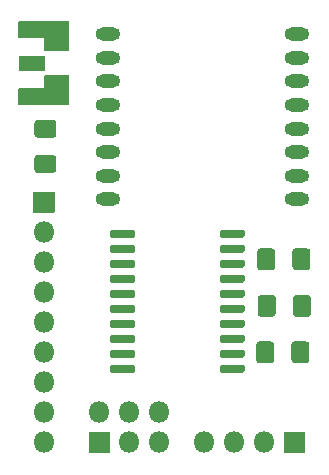
<source format=gbr>
%TF.GenerationSoftware,KiCad,Pcbnew,(5.99.0-1365-gd87daebb2)*%
%TF.CreationDate,2020-06-05T15:16:43+02:00*%
%TF.ProjectId,LORA_ATTINY_v3,4c4f5241-5f41-4545-9449-4e595f76332e,rev?*%
%TF.SameCoordinates,Original*%
%TF.FileFunction,Soldermask,Top*%
%TF.FilePolarity,Negative*%
%FSLAX46Y46*%
G04 Gerber Fmt 4.6, Leading zero omitted, Abs format (unit mm)*
G04 Created by KiCad (PCBNEW (5.99.0-1365-gd87daebb2)) date 2020-06-05 15:16:43*
%MOMM*%
%LPD*%
G01*
G04 APERTURE LIST*
%ADD10O,2.102000X1.102000*%
%ADD11O,1.802000X1.802000*%
G04 APERTURE END LIST*
D10*
%TO.C,RFM95*%
X112268000Y-46228000D03*
X112268000Y-44228000D03*
X112268000Y-42228000D03*
X112268000Y-40228000D03*
X112268000Y-38228000D03*
X112268000Y-36228000D03*
X112268000Y-34228000D03*
X112268000Y-32228000D03*
X96268000Y-32228000D03*
X96268000Y-34228000D03*
X96268000Y-36228000D03*
X96268000Y-38228000D03*
X96268000Y-40228000D03*
X96268000Y-42228000D03*
X96268000Y-44228000D03*
X96268000Y-46228000D03*
%TD*%
D11*
%TO.C,J2*%
X104394000Y-66802000D03*
X106934000Y-66802000D03*
X109474000Y-66802000D03*
G36*
G01*
X111164000Y-65901000D02*
X112864000Y-65901000D01*
G75*
G02*
X112915000Y-65952000I0J-51000D01*
G01*
X112915000Y-67652000D01*
G75*
G02*
X112864000Y-67703000I-51000J0D01*
G01*
X111164000Y-67703000D01*
G75*
G02*
X111113000Y-67652000I0J51000D01*
G01*
X111113000Y-65952000D01*
G75*
G02*
X111164000Y-65901000I51000J0D01*
G01*
G37*
%TD*%
%TO.C,J1*%
X90805000Y-66802000D03*
X90805000Y-64262000D03*
X90805000Y-61722000D03*
X90805000Y-59182000D03*
X90805000Y-56642000D03*
X90805000Y-54102000D03*
X90805000Y-51562000D03*
X90805000Y-49022000D03*
G36*
G01*
X89904000Y-47332000D02*
X89904000Y-45632000D01*
G75*
G02*
X89955000Y-45581000I51000J0D01*
G01*
X91655000Y-45581000D01*
G75*
G02*
X91706000Y-45632000I0J-51000D01*
G01*
X91706000Y-47332000D01*
G75*
G02*
X91655000Y-47383000I-51000J0D01*
G01*
X89955000Y-47383000D01*
G75*
G02*
X89904000Y-47332000I0J51000D01*
G01*
G37*
%TD*%
%TO.C,C2*%
G36*
G01*
X111758500Y-59840106D02*
X111758500Y-58523894D01*
G75*
G02*
X112026394Y-58256000I267894J0D01*
G01*
X113017606Y-58256000D01*
G75*
G02*
X113285500Y-58523894I0J-267894D01*
G01*
X113285500Y-59840106D01*
G75*
G02*
X113017606Y-60108000I-267894J0D01*
G01*
X112026394Y-60108000D01*
G75*
G02*
X111758500Y-59840106I0J267894D01*
G01*
G37*
G36*
G01*
X108783500Y-59840106D02*
X108783500Y-58523894D01*
G75*
G02*
X109051394Y-58256000I267894J0D01*
G01*
X110042606Y-58256000D01*
G75*
G02*
X110310500Y-58523894I0J-267894D01*
G01*
X110310500Y-59840106D01*
G75*
G02*
X110042606Y-60108000I-267894J0D01*
G01*
X109051394Y-60108000D01*
G75*
G02*
X108783500Y-59840106I0J267894D01*
G01*
G37*
%TD*%
%TO.C,U1*%
G36*
G01*
X105682000Y-49324500D02*
X105682000Y-48973500D01*
G75*
G02*
X105857500Y-48798000I175500J0D01*
G01*
X107658500Y-48798000D01*
G75*
G02*
X107834000Y-48973500I0J-175500D01*
G01*
X107834000Y-49324500D01*
G75*
G02*
X107658500Y-49500000I-175500J0D01*
G01*
X105857500Y-49500000D01*
G75*
G02*
X105682000Y-49324500I0J175500D01*
G01*
G37*
G36*
G01*
X105682000Y-50594500D02*
X105682000Y-50243500D01*
G75*
G02*
X105857500Y-50068000I175500J0D01*
G01*
X107658500Y-50068000D01*
G75*
G02*
X107834000Y-50243500I0J-175500D01*
G01*
X107834000Y-50594500D01*
G75*
G02*
X107658500Y-50770000I-175500J0D01*
G01*
X105857500Y-50770000D01*
G75*
G02*
X105682000Y-50594500I0J175500D01*
G01*
G37*
G36*
G01*
X105682000Y-51864500D02*
X105682000Y-51513500D01*
G75*
G02*
X105857500Y-51338000I175500J0D01*
G01*
X107658500Y-51338000D01*
G75*
G02*
X107834000Y-51513500I0J-175500D01*
G01*
X107834000Y-51864500D01*
G75*
G02*
X107658500Y-52040000I-175500J0D01*
G01*
X105857500Y-52040000D01*
G75*
G02*
X105682000Y-51864500I0J175500D01*
G01*
G37*
G36*
G01*
X105682000Y-53134500D02*
X105682000Y-52783500D01*
G75*
G02*
X105857500Y-52608000I175500J0D01*
G01*
X107658500Y-52608000D01*
G75*
G02*
X107834000Y-52783500I0J-175500D01*
G01*
X107834000Y-53134500D01*
G75*
G02*
X107658500Y-53310000I-175500J0D01*
G01*
X105857500Y-53310000D01*
G75*
G02*
X105682000Y-53134500I0J175500D01*
G01*
G37*
G36*
G01*
X105682000Y-54404500D02*
X105682000Y-54053500D01*
G75*
G02*
X105857500Y-53878000I175500J0D01*
G01*
X107658500Y-53878000D01*
G75*
G02*
X107834000Y-54053500I0J-175500D01*
G01*
X107834000Y-54404500D01*
G75*
G02*
X107658500Y-54580000I-175500J0D01*
G01*
X105857500Y-54580000D01*
G75*
G02*
X105682000Y-54404500I0J175500D01*
G01*
G37*
G36*
G01*
X105682000Y-55674500D02*
X105682000Y-55323500D01*
G75*
G02*
X105857500Y-55148000I175500J0D01*
G01*
X107658500Y-55148000D01*
G75*
G02*
X107834000Y-55323500I0J-175500D01*
G01*
X107834000Y-55674500D01*
G75*
G02*
X107658500Y-55850000I-175500J0D01*
G01*
X105857500Y-55850000D01*
G75*
G02*
X105682000Y-55674500I0J175500D01*
G01*
G37*
G36*
G01*
X105682000Y-56944500D02*
X105682000Y-56593500D01*
G75*
G02*
X105857500Y-56418000I175500J0D01*
G01*
X107658500Y-56418000D01*
G75*
G02*
X107834000Y-56593500I0J-175500D01*
G01*
X107834000Y-56944500D01*
G75*
G02*
X107658500Y-57120000I-175500J0D01*
G01*
X105857500Y-57120000D01*
G75*
G02*
X105682000Y-56944500I0J175500D01*
G01*
G37*
G36*
G01*
X105682000Y-58214500D02*
X105682000Y-57863500D01*
G75*
G02*
X105857500Y-57688000I175500J0D01*
G01*
X107658500Y-57688000D01*
G75*
G02*
X107834000Y-57863500I0J-175500D01*
G01*
X107834000Y-58214500D01*
G75*
G02*
X107658500Y-58390000I-175500J0D01*
G01*
X105857500Y-58390000D01*
G75*
G02*
X105682000Y-58214500I0J175500D01*
G01*
G37*
G36*
G01*
X105682000Y-59484500D02*
X105682000Y-59133500D01*
G75*
G02*
X105857500Y-58958000I175500J0D01*
G01*
X107658500Y-58958000D01*
G75*
G02*
X107834000Y-59133500I0J-175500D01*
G01*
X107834000Y-59484500D01*
G75*
G02*
X107658500Y-59660000I-175500J0D01*
G01*
X105857500Y-59660000D01*
G75*
G02*
X105682000Y-59484500I0J175500D01*
G01*
G37*
G36*
G01*
X105682000Y-60754500D02*
X105682000Y-60403500D01*
G75*
G02*
X105857500Y-60228000I175500J0D01*
G01*
X107658500Y-60228000D01*
G75*
G02*
X107834000Y-60403500I0J-175500D01*
G01*
X107834000Y-60754500D01*
G75*
G02*
X107658500Y-60930000I-175500J0D01*
G01*
X105857500Y-60930000D01*
G75*
G02*
X105682000Y-60754500I0J175500D01*
G01*
G37*
G36*
G01*
X96382000Y-60754500D02*
X96382000Y-60403500D01*
G75*
G02*
X96557500Y-60228000I175500J0D01*
G01*
X98358500Y-60228000D01*
G75*
G02*
X98534000Y-60403500I0J-175500D01*
G01*
X98534000Y-60754500D01*
G75*
G02*
X98358500Y-60930000I-175500J0D01*
G01*
X96557500Y-60930000D01*
G75*
G02*
X96382000Y-60754500I0J175500D01*
G01*
G37*
G36*
G01*
X96382000Y-59484500D02*
X96382000Y-59133500D01*
G75*
G02*
X96557500Y-58958000I175500J0D01*
G01*
X98358500Y-58958000D01*
G75*
G02*
X98534000Y-59133500I0J-175500D01*
G01*
X98534000Y-59484500D01*
G75*
G02*
X98358500Y-59660000I-175500J0D01*
G01*
X96557500Y-59660000D01*
G75*
G02*
X96382000Y-59484500I0J175500D01*
G01*
G37*
G36*
G01*
X96382000Y-58214500D02*
X96382000Y-57863500D01*
G75*
G02*
X96557500Y-57688000I175500J0D01*
G01*
X98358500Y-57688000D01*
G75*
G02*
X98534000Y-57863500I0J-175500D01*
G01*
X98534000Y-58214500D01*
G75*
G02*
X98358500Y-58390000I-175500J0D01*
G01*
X96557500Y-58390000D01*
G75*
G02*
X96382000Y-58214500I0J175500D01*
G01*
G37*
G36*
G01*
X96382000Y-56944500D02*
X96382000Y-56593500D01*
G75*
G02*
X96557500Y-56418000I175500J0D01*
G01*
X98358500Y-56418000D01*
G75*
G02*
X98534000Y-56593500I0J-175500D01*
G01*
X98534000Y-56944500D01*
G75*
G02*
X98358500Y-57120000I-175500J0D01*
G01*
X96557500Y-57120000D01*
G75*
G02*
X96382000Y-56944500I0J175500D01*
G01*
G37*
G36*
G01*
X96382000Y-55674500D02*
X96382000Y-55323500D01*
G75*
G02*
X96557500Y-55148000I175500J0D01*
G01*
X98358500Y-55148000D01*
G75*
G02*
X98534000Y-55323500I0J-175500D01*
G01*
X98534000Y-55674500D01*
G75*
G02*
X98358500Y-55850000I-175500J0D01*
G01*
X96557500Y-55850000D01*
G75*
G02*
X96382000Y-55674500I0J175500D01*
G01*
G37*
G36*
G01*
X96382000Y-54404500D02*
X96382000Y-54053500D01*
G75*
G02*
X96557500Y-53878000I175500J0D01*
G01*
X98358500Y-53878000D01*
G75*
G02*
X98534000Y-54053500I0J-175500D01*
G01*
X98534000Y-54404500D01*
G75*
G02*
X98358500Y-54580000I-175500J0D01*
G01*
X96557500Y-54580000D01*
G75*
G02*
X96382000Y-54404500I0J175500D01*
G01*
G37*
G36*
G01*
X96382000Y-53134500D02*
X96382000Y-52783500D01*
G75*
G02*
X96557500Y-52608000I175500J0D01*
G01*
X98358500Y-52608000D01*
G75*
G02*
X98534000Y-52783500I0J-175500D01*
G01*
X98534000Y-53134500D01*
G75*
G02*
X98358500Y-53310000I-175500J0D01*
G01*
X96557500Y-53310000D01*
G75*
G02*
X96382000Y-53134500I0J175500D01*
G01*
G37*
G36*
G01*
X96382000Y-51864500D02*
X96382000Y-51513500D01*
G75*
G02*
X96557500Y-51338000I175500J0D01*
G01*
X98358500Y-51338000D01*
G75*
G02*
X98534000Y-51513500I0J-175500D01*
G01*
X98534000Y-51864500D01*
G75*
G02*
X98358500Y-52040000I-175500J0D01*
G01*
X96557500Y-52040000D01*
G75*
G02*
X96382000Y-51864500I0J175500D01*
G01*
G37*
G36*
G01*
X96382000Y-50594500D02*
X96382000Y-50243500D01*
G75*
G02*
X96557500Y-50068000I175500J0D01*
G01*
X98358500Y-50068000D01*
G75*
G02*
X98534000Y-50243500I0J-175500D01*
G01*
X98534000Y-50594500D01*
G75*
G02*
X98358500Y-50770000I-175500J0D01*
G01*
X96557500Y-50770000D01*
G75*
G02*
X96382000Y-50594500I0J175500D01*
G01*
G37*
G36*
G01*
X96382000Y-49324500D02*
X96382000Y-48973500D01*
G75*
G02*
X96557500Y-48798000I175500J0D01*
G01*
X98358500Y-48798000D01*
G75*
G02*
X98534000Y-48973500I0J-175500D01*
G01*
X98534000Y-49324500D01*
G75*
G02*
X98358500Y-49500000I-175500J0D01*
G01*
X96557500Y-49500000D01*
G75*
G02*
X96382000Y-49324500I0J175500D01*
G01*
G37*
%TD*%
%TO.C,R2*%
G36*
G01*
X91590106Y-41022500D02*
X90273894Y-41022500D01*
G75*
G02*
X90006000Y-40754606I0J267894D01*
G01*
X90006000Y-39763394D01*
G75*
G02*
X90273894Y-39495500I267894J0D01*
G01*
X91590106Y-39495500D01*
G75*
G02*
X91858000Y-39763394I0J-267894D01*
G01*
X91858000Y-40754606D01*
G75*
G02*
X91590106Y-41022500I-267894J0D01*
G01*
G37*
G36*
G01*
X91590106Y-43997500D02*
X90273894Y-43997500D01*
G75*
G02*
X90006000Y-43729606I0J267894D01*
G01*
X90006000Y-42738394D01*
G75*
G02*
X90273894Y-42470500I267894J0D01*
G01*
X91590106Y-42470500D01*
G75*
G02*
X91858000Y-42738394I0J-267894D01*
G01*
X91858000Y-43729606D01*
G75*
G02*
X91590106Y-43997500I-267894J0D01*
G01*
G37*
%TD*%
%TO.C,R1*%
G36*
G01*
X111849000Y-51966106D02*
X111849000Y-50649894D01*
G75*
G02*
X112116894Y-50382000I267894J0D01*
G01*
X113108106Y-50382000D01*
G75*
G02*
X113376000Y-50649894I0J-267894D01*
G01*
X113376000Y-51966106D01*
G75*
G02*
X113108106Y-52234000I-267894J0D01*
G01*
X112116894Y-52234000D01*
G75*
G02*
X111849000Y-51966106I0J267894D01*
G01*
G37*
G36*
G01*
X108874000Y-51966106D02*
X108874000Y-50649894D01*
G75*
G02*
X109141894Y-50382000I267894J0D01*
G01*
X110133106Y-50382000D01*
G75*
G02*
X110401000Y-50649894I0J-267894D01*
G01*
X110401000Y-51966106D01*
G75*
G02*
X110133106Y-52234000I-267894J0D01*
G01*
X109141894Y-52234000D01*
G75*
G02*
X108874000Y-51966106I0J267894D01*
G01*
G37*
%TD*%
%TO.C,PRG1*%
X100584000Y-64262000D03*
X100584000Y-66802000D03*
X98044000Y-64262000D03*
X98044000Y-66802000D03*
X95504000Y-64262000D03*
G36*
G01*
X96354000Y-67703000D02*
X94654000Y-67703000D01*
G75*
G02*
X94603000Y-67652000I0J51000D01*
G01*
X94603000Y-65952000D01*
G75*
G02*
X94654000Y-65901000I51000J0D01*
G01*
X96354000Y-65901000D01*
G75*
G02*
X96405000Y-65952000I0J-51000D01*
G01*
X96405000Y-67652000D01*
G75*
G02*
X96354000Y-67703000I-51000J0D01*
G01*
G37*
%TD*%
%TO.C,D1*%
G36*
G01*
X110437500Y-54586894D02*
X110437500Y-55903106D01*
G75*
G02*
X110169606Y-56171000I-267894J0D01*
G01*
X109178394Y-56171000D01*
G75*
G02*
X108910500Y-55903106I0J267894D01*
G01*
X108910500Y-54586894D01*
G75*
G02*
X109178394Y-54319000I267894J0D01*
G01*
X110169606Y-54319000D01*
G75*
G02*
X110437500Y-54586894I0J-267894D01*
G01*
G37*
G36*
G01*
X113412500Y-54586894D02*
X113412500Y-55903106D01*
G75*
G02*
X113144606Y-56171000I-267894J0D01*
G01*
X112153394Y-56171000D01*
G75*
G02*
X111885500Y-55903106I0J267894D01*
G01*
X111885500Y-54586894D01*
G75*
G02*
X112153394Y-54319000I267894J0D01*
G01*
X113144606Y-54319000D01*
G75*
G02*
X113412500Y-54586894I0J-267894D01*
G01*
G37*
%TD*%
%TO.C,ANT1*%
G36*
G01*
X88764399Y-34051000D02*
X90864401Y-34051000D01*
G75*
G02*
X90915400Y-34101999I0J-50999D01*
G01*
X90915400Y-35302001D01*
G75*
G02*
X90864401Y-35353000I-50999J0D01*
G01*
X88764399Y-35353000D01*
G75*
G02*
X88713400Y-35302001I0J50999D01*
G01*
X88713400Y-34101999D01*
G75*
G02*
X88764399Y-34051000I50999J0D01*
G01*
G37*
G36*
X92936997Y-38241273D02*
G01*
X92905199Y-38252400D01*
X88705200Y-38252399D01*
X88665327Y-38233197D01*
X88654200Y-38201399D01*
X88654200Y-36851399D01*
X88673402Y-36811526D01*
X88705200Y-36800399D01*
X90854200Y-36800399D01*
X90854200Y-35751400D01*
X90873402Y-35711527D01*
X90905200Y-35700400D01*
X92905200Y-35700401D01*
X92945073Y-35719603D01*
X92956200Y-35751401D01*
X92956199Y-38201400D01*
X92936997Y-38241273D01*
G37*
G36*
X92936997Y-33689593D02*
G01*
X92905199Y-33700720D01*
X90905200Y-33700719D01*
X90865327Y-33681517D01*
X90854200Y-33649719D01*
X90854200Y-32600719D01*
X88705200Y-32600719D01*
X88665327Y-32581517D01*
X88654200Y-32549719D01*
X88654200Y-31199720D01*
X88673402Y-31159847D01*
X88705200Y-31148720D01*
X92905200Y-31148721D01*
X92945073Y-31167923D01*
X92956200Y-31199721D01*
X92956199Y-33649720D01*
X92936997Y-33689593D01*
G37*
%TD*%
M02*

</source>
